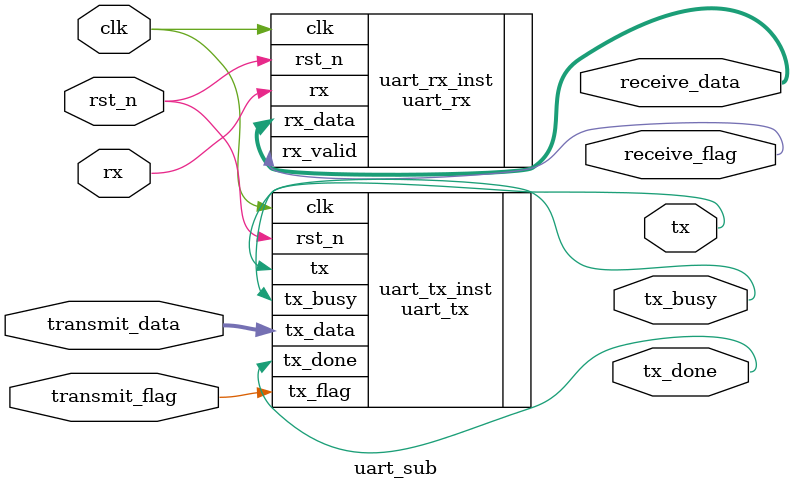
<source format=v>
module uart_sub
#(
parameter UART_BPS = 17'd9600,	 		//比特率
parameter CLK_FREQ = 29'd400_000_000 	//时钟频率
)
(
	input wire 				clk , 				//系统时钟50MHz
	input wire 				rst_n , 			//全局复位
	input wire 				rx , 				//串口接收数据
	input 		[7:0] 		transmit_data,
	input wire 				transmit_flag,
	output 		[7:0] 		receive_data,
	output wire 			receive_flag,
	output wire 			tx, 				//串口发送数据
	output wire				tx_done,
	output wire				tx_busy
);

//------------------------uart_rx_inst------------------------
uart_rx
#(
.UART_BPS (UART_BPS), 			//串口波特率
.CLK_FREQ (CLK_FREQ) 			//时钟频率
)
uart_rx_inst
(
.clk 		(clk ), 			//input sys_clk
.rst_n 		(rst_n ), 			//input sys_rst_n
.rx 		(rx ), 				//input rx

.rx_data 	(receive_data ), 	//output [7:0] po_data
.rx_valid 	(receive_flag ) 	//output po_flag
);

//------------------------uart_tx_inst------------------------
uart_tx
#(
.UART_BPS (UART_BPS), 			//串口波特率
.CLK_FREQ (CLK_FREQ) 			//时钟频率
)
uart_tx_inst
(
.clk 		(clk ), 			//input sys_clk
.rst_n 		(rst_n ), 			//input sys_rst_n
.tx_data 	(transmit_data ), 	//input [7:0] pi_data
.tx_flag 	(transmit_flag ), 	//input pi_flag
.tx 		(tx ), 						//output tx
.tx_done 	(tx_done),
.tx_busy	(tx_busy)
);

endmodule
</source>
